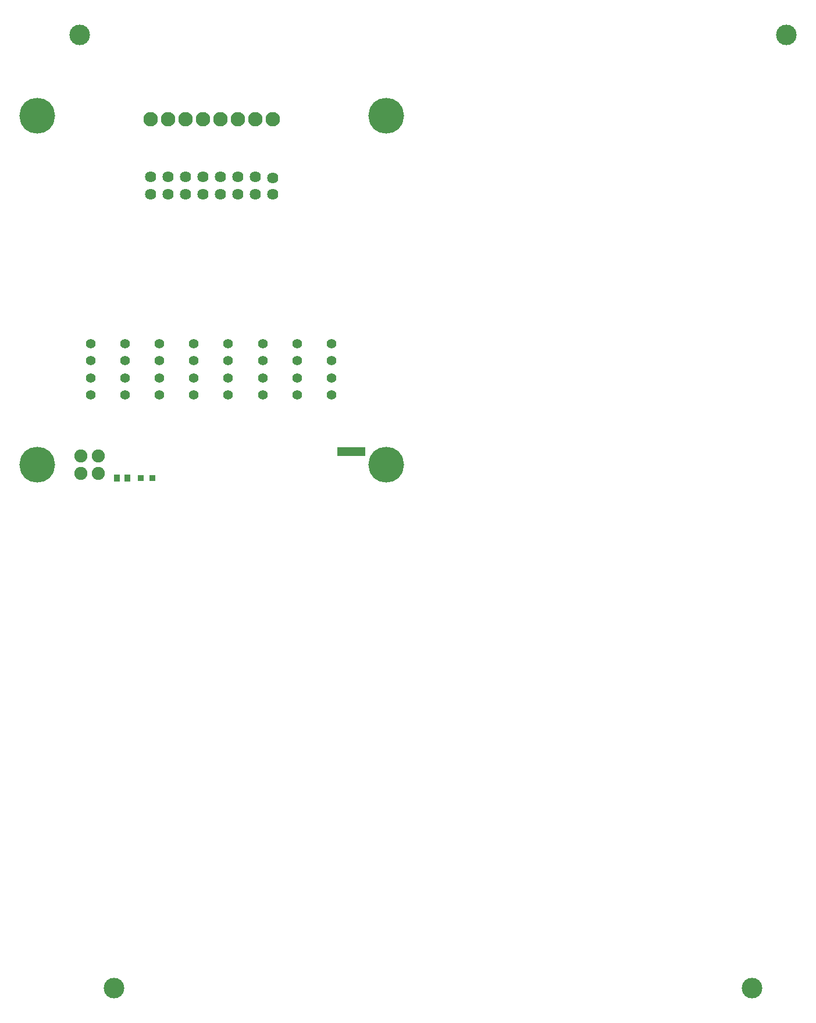
<source format=gts>
G04 Layer: TopSolderMaskLayer*
G04 Panelize: Stamp Hole, Column: 2, Row: 2, Board Size: 58.42mm x 58.42mm, Panelized Board Size: 122.84mm x 122.84mm*
G04 EasyEDA v6.5.34, 2023-09-13 23:46:03*
G04 50f54edec40846078001aba480b7569d,5a6b42c53f6a479593ecc07194224c93,10*
G04 Gerber Generator version 0.2*
G04 Scale: 100 percent, Rotated: No, Reflected: No *
G04 Dimensions in millimeters *
G04 leading zeros omitted , absolute positions ,4 integer and 5 decimal *
%FSLAX45Y45*%
%MOMM*%

%AMMACRO1*1,1,$1,$2,$3*1,1,$1,$4,$5*1,1,$1,0-$2,0-$3*1,1,$1,0-$4,0-$5*20,1,$1,$2,$3,$4,$5,0*20,1,$1,$4,$5,0-$2,0-$3,0*20,1,$1,0-$2,0-$3,0-$4,0-$5,0*20,1,$1,0-$4,0-$5,$2,$3,0*4,1,4,$2,$3,$4,$5,0-$2,0-$3,0-$4,0-$5,$2,$3,0*%
%ADD10MACRO1,0.1016X0.4X0.4X0.4X-0.4*%
%ADD11MACRO1,0.1016X0.4032X0.432X0.4032X-0.432*%
%ADD12MACRO1,0.1016X-0.4032X0.432X-0.4032X-0.432*%
%ADD13C,5.2032*%
%ADD14C,1.4016*%
%ADD15C,1.6256*%
%ADD16C,2.1016*%
%ADD17C,1.9016*%
%ADD18C,3.0000*%

%LPD*%
D10*
G01*
X1883412Y190500D03*
G01*
X2053592Y190500D03*
D11*
G01*
X1537577Y190500D03*
D12*
G01*
X1688227Y190500D03*
D13*
G01*
X381000Y5461000D03*
G01*
X5461000Y5461000D03*
G01*
X5461000Y381000D03*
G01*
X381000Y381000D03*
D14*
G01*
X4660900Y2146300D03*
G01*
X4660900Y1396288D03*
G01*
X4660900Y1646301D03*
G01*
X4660900Y1896287D03*
G01*
X4160900Y2146300D03*
G01*
X4160900Y1396288D03*
G01*
X4160900Y1646301D03*
G01*
X4160900Y1896287D03*
G01*
X3660902Y2146300D03*
G01*
X3660902Y1396288D03*
G01*
X3660902Y1646301D03*
G01*
X3660902Y1896287D03*
G01*
X3160902Y2146300D03*
G01*
X3160902Y1396288D03*
G01*
X3160902Y1646301D03*
G01*
X3160902Y1896287D03*
G01*
X2660904Y2146300D03*
G01*
X2660904Y1396288D03*
G01*
X2660904Y1646301D03*
G01*
X2660904Y1896287D03*
G01*
X2160904Y2146300D03*
G01*
X2160904Y1396288D03*
G01*
X2160904Y1646301D03*
G01*
X2160904Y1896287D03*
G01*
X1660905Y1896287D03*
G01*
X1660905Y1646301D03*
G01*
X1660905Y1396288D03*
G01*
X1660905Y2146300D03*
G01*
X1160906Y1396288D03*
G01*
X1160906Y1646301D03*
G01*
X1160906Y1896287D03*
G01*
X1160906Y2146300D03*
D15*
G01*
X2794000Y4572000D03*
G01*
X2794000Y4318000D03*
G01*
X2540000Y4572000D03*
G01*
X2540000Y4318000D03*
G01*
X2032000Y4318000D03*
G01*
X2032000Y4572000D03*
G01*
X3302000Y4572000D03*
G01*
X3302000Y4318000D03*
G01*
X3048000Y4572000D03*
G01*
X3048000Y4318000D03*
G01*
X3810000Y4318000D03*
G01*
X3810000Y4559300D03*
D16*
G01*
X3812793Y5406593D03*
G01*
X3558793Y5406593D03*
G01*
X3304793Y5406593D03*
G01*
X3050793Y5406593D03*
G01*
X2796793Y5406593D03*
G01*
X2542793Y5406593D03*
G01*
X2288793Y5406593D03*
G01*
X2034793Y5406593D03*
D15*
G01*
X3556000Y4318000D03*
G01*
X3556000Y4572000D03*
G01*
X2286000Y4318000D03*
G01*
X2286000Y4572000D03*
D17*
G01*
X1270000Y254000D03*
G01*
X1270000Y508000D03*
G01*
X1016000Y508000D03*
G01*
X1016000Y254000D03*
D18*
G01*
X999997Y6641998D03*
G01*
X11284000Y6641998D03*
G01*
X1499996Y-7241997D03*
G01*
X10784001Y-7241997D03*
G36*
X4749800Y635000D02*
G01*
X5156200Y635000D01*
X5156200Y508000D01*
X4749800Y508000D01*
G37*
M02*

</source>
